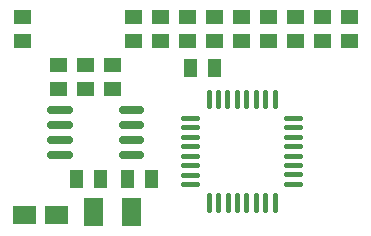
<source format=gbp>
G04 Layer: BottomPasteMaskLayer*
G04 EasyEDA v6.3.22, 2020-04-13T19:48:14+03:00*
G04 c1887ebba72c451f92d8c784103bdae8,b00fa10de7d64fab8ce431aff4cbea96,10*
G04 Gerber Generator version 0.2*
G04 Scale: 100 percent, Rotated: No, Reflected: No *
G04 Dimensions in inches *
G04 leading zeros omitted , absolute positions ,2 integer and 4 decimal *
%FSLAX24Y24*%
%MOIN*%
G90*
G70D02*

%ADD28C,0.017717*%
%ADD29C,0.027559*%

%LPD*%
G54D28*
G01X9856Y2640D02*
G01X9383Y2640D01*
G01X9856Y2955D02*
G01X9383Y2955D01*
G01X9856Y3269D02*
G01X9383Y3269D01*
G01X9856Y3584D02*
G01X9383Y3584D01*
G01X9856Y3898D02*
G01X9383Y3898D01*
G01X9856Y4213D02*
G01X9383Y4213D01*
G01X9856Y4528D02*
G01X9383Y4528D01*
G01X9856Y4844D02*
G01X9383Y4844D01*
G01X9000Y5696D02*
G01X9000Y5223D01*
G01X8685Y5696D02*
G01X8685Y5223D01*
G01X8369Y5696D02*
G01X8369Y5223D01*
G01X8055Y5696D02*
G01X8055Y5223D01*
G01X7740Y5696D02*
G01X7740Y5223D01*
G01X7426Y5696D02*
G01X7426Y5223D01*
G01X7110Y5696D02*
G01X7110Y5223D01*
G01X6796Y5696D02*
G01X6796Y5223D01*
G01X6406Y4840D02*
G01X5933Y4840D01*
G01X6406Y4525D02*
G01X5933Y4525D01*
G01X6406Y4209D02*
G01X5933Y4209D01*
G01X6406Y3894D02*
G01X5933Y3894D01*
G01X6406Y3580D02*
G01X5933Y3580D01*
G01X6406Y3265D02*
G01X5933Y3265D01*
G01X6406Y2951D02*
G01X5933Y2951D01*
G01X6406Y2636D02*
G01X5933Y2636D01*
G01X6800Y2256D02*
G01X6800Y1783D01*
G01X7114Y2256D02*
G01X7114Y1783D01*
G01X7430Y2256D02*
G01X7430Y1783D01*
G01X7744Y2256D02*
G01X7744Y1783D01*
G01X8059Y2256D02*
G01X8059Y1783D01*
G01X8373Y2256D02*
G01X8373Y1783D01*
G01X8689Y2256D02*
G01X8689Y1783D01*
G01X9003Y2256D02*
G01X9003Y1783D01*
G54D29*
G01X3934Y5090D02*
G01X4525Y5090D01*
G01X3934Y4590D02*
G01X4525Y4590D01*
G01X3934Y4090D02*
G01X4525Y4090D01*
G01X3934Y3590D02*
G01X4525Y3590D01*
G01X1554Y5090D02*
G01X2145Y5090D01*
G01X1554Y4590D02*
G01X2145Y4590D01*
G01X1554Y4090D02*
G01X2145Y4090D01*
G01X1554Y3590D02*
G01X2145Y3590D01*
G36*
G01X7227Y6788D02*
G01X6772Y6788D01*
G01X6772Y6211D01*
G01X7227Y6211D01*
G01X7227Y6788D01*
G37*
G36*
G01X6427Y6788D02*
G01X5972Y6788D01*
G01X5972Y6211D01*
G01X6427Y6211D01*
G01X6427Y6788D01*
G37*
G36*
G01X9410Y8428D02*
G01X9410Y7971D01*
G01X9989Y7971D01*
G01X9989Y8428D01*
G01X9410Y8428D01*
G37*
G36*
G01X9410Y7628D02*
G01X9410Y7171D01*
G01X9989Y7171D01*
G01X9989Y7628D01*
G01X9410Y7628D01*
G37*
G36*
G01X6710Y8428D02*
G01X6710Y7971D01*
G01X7289Y7971D01*
G01X7289Y8428D01*
G01X6710Y8428D01*
G37*
G36*
G01X6710Y7628D02*
G01X6710Y7171D01*
G01X7289Y7171D01*
G01X7289Y7628D01*
G01X6710Y7628D01*
G37*
G36*
G01X8510Y8428D02*
G01X8510Y7971D01*
G01X9089Y7971D01*
G01X9089Y8428D01*
G01X8510Y8428D01*
G37*
G36*
G01X8510Y7628D02*
G01X8510Y7171D01*
G01X9089Y7171D01*
G01X9089Y7628D01*
G01X8510Y7628D01*
G37*
G36*
G01X7610Y8428D02*
G01X7610Y7971D01*
G01X8189Y7971D01*
G01X8189Y8428D01*
G01X7610Y8428D01*
G37*
G36*
G01X7610Y7628D02*
G01X7610Y7171D01*
G01X8189Y7171D01*
G01X8189Y7628D01*
G01X7610Y7628D01*
G37*
G36*
G01X11210Y8428D02*
G01X11210Y7971D01*
G01X11789Y7971D01*
G01X11789Y8428D01*
G01X11210Y8428D01*
G37*
G36*
G01X11210Y7628D02*
G01X11210Y7171D01*
G01X11789Y7171D01*
G01X11789Y7628D01*
G01X11210Y7628D01*
G37*
G36*
G01X10310Y8428D02*
G01X10310Y7971D01*
G01X10889Y7971D01*
G01X10889Y8428D01*
G01X10310Y8428D01*
G37*
G36*
G01X10310Y7628D02*
G01X10310Y7171D01*
G01X10889Y7171D01*
G01X10889Y7628D01*
G01X10310Y7628D01*
G37*
G36*
G01X5810Y8428D02*
G01X5810Y7971D01*
G01X6389Y7971D01*
G01X6389Y8428D01*
G01X5810Y8428D01*
G37*
G36*
G01X5810Y7628D02*
G01X5810Y7171D01*
G01X6389Y7171D01*
G01X6389Y7628D01*
G01X5810Y7628D01*
G37*
G36*
G01X888Y7171D02*
G01X888Y7628D01*
G01X311Y7628D01*
G01X311Y7171D01*
G01X888Y7171D01*
G37*
G36*
G01X888Y7971D02*
G01X888Y8428D01*
G01X311Y8428D01*
G01X311Y7971D01*
G01X888Y7971D01*
G37*
G36*
G01X3871Y2511D02*
G01X4327Y2511D01*
G01X4327Y3088D01*
G01X3871Y3088D01*
G01X3871Y2511D01*
G37*
G36*
G01X4672Y2511D02*
G01X5127Y2511D01*
G01X5127Y3088D01*
G01X4672Y3088D01*
G01X4672Y2511D01*
G37*
G36*
G01X4544Y2171D02*
G01X3915Y2171D01*
G01X3915Y1228D01*
G01X4544Y1228D01*
G01X4544Y2171D01*
G37*
G36*
G01X3284Y2171D02*
G01X2655Y2171D01*
G01X2655Y1228D01*
G01X3284Y1228D01*
G01X3284Y2171D01*
G37*
G36*
G01X4589Y7180D02*
G01X4589Y7636D01*
G01X4011Y7636D01*
G01X4011Y7180D01*
G01X4589Y7180D01*
G37*
G36*
G01X4589Y7980D02*
G01X4589Y8436D01*
G01X4011Y8436D01*
G01X4011Y7980D01*
G01X4589Y7980D01*
G37*
G36*
G01X4910Y8428D02*
G01X4910Y7971D01*
G01X5489Y7971D01*
G01X5489Y8428D01*
G01X4910Y8428D01*
G37*
G36*
G01X4910Y7628D02*
G01X4910Y7171D01*
G01X5489Y7171D01*
G01X5489Y7628D01*
G01X4910Y7628D01*
G37*
G36*
G01X3888Y5571D02*
G01X3888Y6028D01*
G01X3311Y6028D01*
G01X3311Y5571D01*
G01X3888Y5571D01*
G37*
G36*
G01X3888Y6371D02*
G01X3888Y6828D01*
G01X3311Y6828D01*
G01X3311Y6371D01*
G01X3888Y6371D01*
G37*
G36*
G01X2988Y5571D02*
G01X2988Y6028D01*
G01X2411Y6028D01*
G01X2411Y5571D01*
G01X2988Y5571D01*
G37*
G36*
G01X2988Y6371D02*
G01X2988Y6828D01*
G01X2411Y6828D01*
G01X2411Y6371D01*
G01X2988Y6371D01*
G37*
G36*
G01X2088Y5571D02*
G01X2088Y6028D01*
G01X1511Y6028D01*
G01X1511Y5571D01*
G01X2088Y5571D01*
G37*
G36*
G01X2088Y6371D02*
G01X2088Y6828D01*
G01X1511Y6828D01*
G01X1511Y6371D01*
G01X2088Y6371D01*
G37*
G36*
G01X3428Y3088D02*
G01X2971Y3088D01*
G01X2971Y2511D01*
G01X3428Y2511D01*
G01X3428Y3088D01*
G37*
G36*
G01X2628Y3088D02*
G01X2171Y3088D01*
G01X2171Y2511D01*
G01X2628Y2511D01*
G01X2628Y3088D01*
G37*
G36*
G01X2128Y1895D02*
G01X1360Y1895D01*
G01X1360Y1304D01*
G01X2128Y1304D01*
G01X2128Y1895D01*
G37*
G36*
G01X1045Y1895D02*
G01X278Y1895D01*
G01X278Y1304D01*
G01X1045Y1304D01*
G01X1045Y1895D01*
G37*
M00*
M02*

</source>
